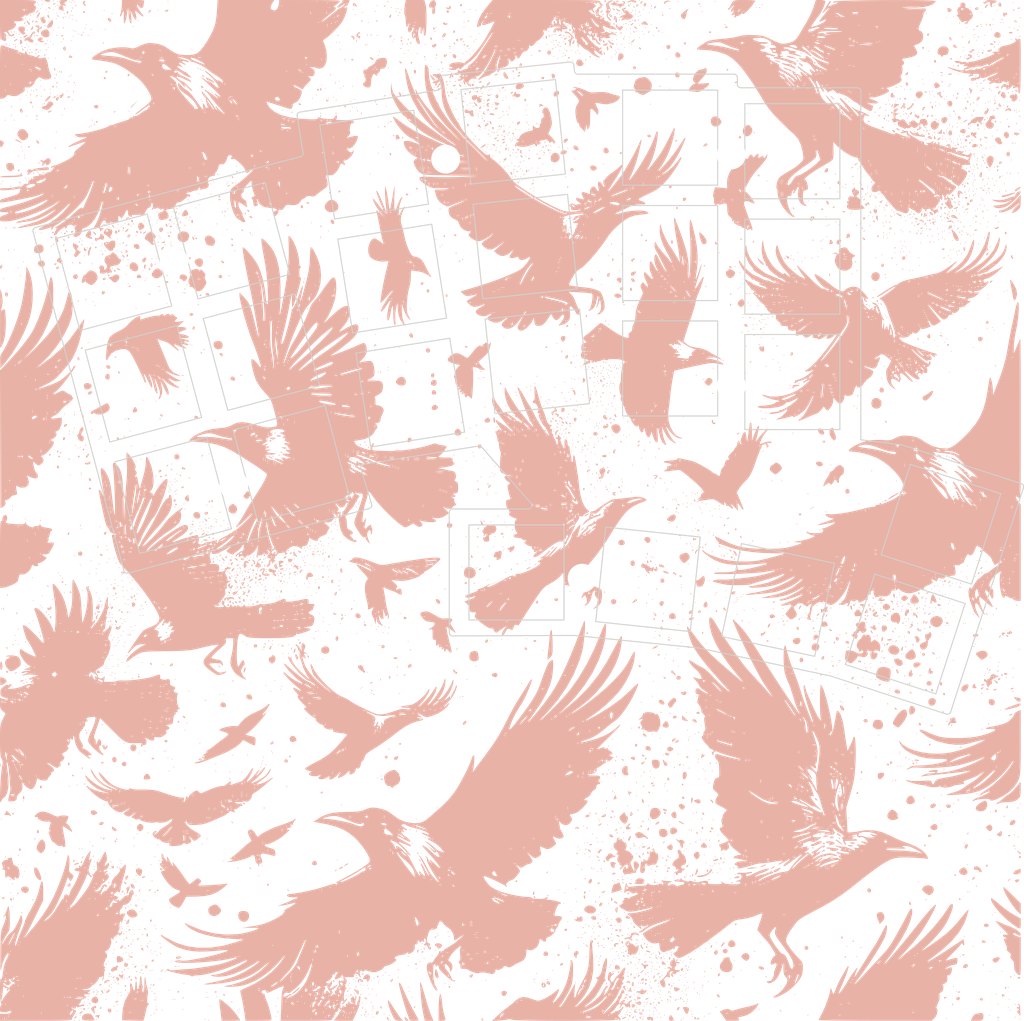
<source format=kicad_pcb>
(kicad_pcb (version 20240108) (generator "pcbnew") (generator_version "8.0")
  (title_block (title "switch_plate") (rev "v1.0.0") (company "Unknown"))
  (layers (0 "F.Cu" signal) (31 "B.Cu" signal) (34 "B.Paste" user) (35 "F.Paste" user) (36 "B.SilkS" user "B.Silkscreen") (37 "F.SilkS" user "F.Silkscreen") (38 "B.Mask" user) (39 "F.Mask" user) (44 "Edge.Cuts" user))
  (net 0 "")
  (footprint "DrillHole" (layer "F.Cu") (at 82.183413 -16.125857)
    (property "Reference" "" (at 0 0 0) (layer "F.SilkS") (effects (font (size 1.27 1.27))))
    (property "Value" "")
    (pad "" np_thru_hole circle (at 0 0) (size 4.25 4.25) (drill 4.25) (layers "*.Cu" "*.Mask"))
  )
  (footprint "DrillHole" (layer "F.Cu") (at 82.183413 -50.125857)
    (property "Reference" "" (at 0 0 0) (layer "F.SilkS") (effects (font (size 1.27 1.27))))
    (property "Value" "")
    (pad "" np_thru_hole circle (at 0 0) (size 4.25 4.25) (drill 4.25) (layers "*.Cu" "*.Mask"))
  )
  (footprint "DrillHole" (layer "F.Cu") (at 40.118113 -49.512848 9)
    (property "Reference" "" (at 0 0 9) (layer "F.SilkS") (effects (font (size 1.27 1.27))))
    (property "Value" "")
    (pad "" np_thru_hole circle (at 0 0) (size 4.25 4.25) (drill 4.25) (layers "*.Cu" "*.Mask"))
  )
  (footprint "DrillHole" (layer "F.Cu") (at 0.113481 -34.349813 15)
    (property "Reference" "" (at 0 0 15) (layer "F.SilkS") (effects (font (size 1.27 1.27))))
    (property "Value" "")
    (pad "" np_thru_hole circle (at 0 0) (size 4.25 4.25) (drill 4.25) (layers "*.Cu" "*.Mask"))
  )
  (footprint "DrillHole" (layer "F.Cu") (at 8.913329 -1.508335 15)
    (property "Reference" "" (at 0 0 15) (layer "F.SilkS") (effects (font (size 1.27 1.27))))
    (property "Value" "")
    (pad "" np_thru_hole circle (at 0 0) (size 4.25 4.25) (drill 4.25) (layers "*.Cu" "*.Mask"))
  )
  (footprint "DrillHole" (layer "F.Cu") (at 98.352951 18.254659 -18)
    (property "Reference" "" (at 0 0 -18) (layer "F.SilkS") (effects (font (size 1.27 1.27))))
    (property "Value" "")
    (pad "" np_thru_hole circle (at 0 0) (size 4.25 4.25) (drill 4.25) (layers "*.Cu" "*.Mask"))
  )
  (footprint "DrillHole" (layer "F.Cu") (at 60.221896 12.215293)
    (property "Reference" "" (at 0 0 0) (layer "F.SilkS") (effects (font (size 1.27 1.27))))
    (property "Value" "")
    (pad "" np_thru_hole circle (at 0 0) (size 4.25 4.25) (drill 4.25) (layers "*.Cu" "*.Mask"))
  )
  (footprint "gorilla:crow_splatter" (layer "B.Cu") (at 49.65 2.225 180)
    (property "Reference" "G***" (hide yes))
    (property "Value" "LOGO" (hide yes))
  )
  (gr_arc (start 59.588555 -62.025858) (mid 59.256082 -62.152412) (end 59.091913 -62.468011) (stroke (width 0.15)) (layer "Edge.Cuts"))
  (gr_line (start 13.536565 -46.073435) (end 0.013603 -42.449968) (stroke (width 0.15)) (layer "Edge.Cuts"))
  (gr_line (start 94.470869 23.717619) (end 97.381633 10.023552) (stroke (width 0.15)) (layer "Edge.Cuts"))
  (gr_line (start 23.766008 -40.696269) (end 37.593645 -42.886352) (stroke (width 0.15)) (layer "Edge.Cuts"))
  (gr_line (start 101.263413 -8.175857) (end 101.263413 -59.525857) (stroke (width 0.15)) (layer "Edge.Cuts"))
  (gr_line (start 84.183413 -40.675857) (end 84.183413 -26.675857) (stroke (width 0.15)) (layer "Edge.Cuts"))
  (gr_line (start 4.17329 -11.470992) (end 0.549824 -24.993953) (stroke (width 0.15)) (layer "Edge.Cuts"))
  (gr_arc (start 82.583413 -62.025857) (mid 82.936966 -61.87941) (end 83.083413 -61.525857) (stroke (width 0.15)) (layer "Edge.Cuts"))
  (gr_arc (start -6.659745 11.464306) (mid -7.039154 11.414355) (end -7.272117 11.110752) (stroke (width 0.15)) (layer "Edge.Cuts"))
  (gr_arc (start 124.899616 -1.71958) (mid 125.190611 -1.471046) (end 125.220636 -1.089542) (stroke (width 0.15)) (layer "Edge.Cuts"))
  (gr_line (start 18.736671 -49.869219) (end 15.73182 -49.094527) (stroke (width 0.15)) (layer "Edge.Cuts"))
  (gr_line (start 61.307166 -13.495652) (end 59.843767 -27.418958) (stroke (width 0.15)) (layer "Edge.Cuts"))
  (gr_line (start 121.89089 -0.226237) (end 108.576099 -4.552475) (stroke (width 0.15)) (layer "Edge.Cuts"))
  (gr_line (start 84.183413 -43.675857) (end 98.183413 -43.675857) (stroke (width 0.15)) (layer "Edge.Cuts"))
  (gr_line (start 26.425394 -23.905567) (end 40.253031 -26.09565) (stroke (width 0.15)) (layer "Edge.Cuts"))
  (gr_line (start 3.63707 -28.927007) (end 17.160031 -32.550473) (stroke (width 0.15)) (layer "Edge.Cuts"))
  (gr_arc (start 18.244442 -55.869311) (mid 18.333778 -56.241421) (end 18.660069 -56.441372) (stroke (width 0.15)) (layer "Edge.Cuts"))
  (gr_line (start 98.183413 -9.675857) (end 98.183413 -23.675857) (stroke (width 0.15)) (layer "Edge.Cuts"))
  (gr_line (start 43.829891 -45.845998) (end 57.753198 -47.309396) (stroke (width 0.15)) (layer "Edge.Cuts"))
  (gr_line (start 114.49834 31.910291) (end 125.220636 -1.089542) (stroke (width 0.15)) (layer "Edge.Cuts"))
  (gr_line (start 84.183413 -57.675857) (end 84.183413 -43.675857) (stroke (width 0.15)) (layer "Edge.Cuts"))
  (gr_line (start 80.183413 -11.675857) (end 80.183413 -25.675857) (stroke (width 0.15)) (layer "Edge.Cuts"))
  (gr_line (start 41.148815 20.713367) (end 59.069869 20.6446) (stroke (width 0.15)) (layer "Edge.Cuts"))
  (gr_line (start 38.062949 -39.923286) (end 24.235312 -37.733204) (stroke (width 0.15)) (layer "Edge.Cuts"))
  (gr_line (start 4.413527 -26.029229) (end 8.036994 -12.506268) (stroke (width 0.15)) (layer "Edge.Cuts"))
  (gr_line (start 84.183413 -23.675857) (end 84.183413 -9.675857) (stroke (width 0.15)) (layer "Edge.Cuts"))
  (gr_line (start 8.813451 -9.60849) (end 12.436917 3.914471) (stroke (width 0.15)) (layer "Edge.Cuts"))
  (gr_arc (start 77.424554 22.499822) (mid 77.451468 22.503287) (end 77.478154 22.508206) (stroke (width 0.15)) (layer "Edge.Cuts"))
  (gr_line (start 107.400176 -7.405492) (end 124.899616 -1.719579) (stroke (width 0.15)) (layer "Edge.Cuts"))
  (gr_line (start 44.143477 -42.862432) (end 45.606875 -28.939126) (stroke (width 0.15)) (layer "Edge.Cuts"))
  (gr_line (start 101.263413 -8.175857) (end 107.400176 -7.405492) (stroke (width 0.15)) (layer "Edge.Cuts"))
  (gr_arc (start 39.301595 -61.296072) (mid 39.405476 -61.669767) (end 39.745293 -61.85675) (stroke (width 0.15)) (layer "Edge.Cuts"))
  (gr_line (start 42.366493 -59.769304) (end 43.829891 -45.845998) (stroke (width 0.15)) (layer "Edge.Cuts"))
  (gr_line (start 11.982624 6.469098) (end 11.982624 6.469098) (stroke (width 0.15)) (layer "Edge.Cuts"))
  (gr_line (start 56.289799 -61.232703) (end 42.366493 -59.769304) (stroke (width 0.15)) (layer "Edge.Cuts"))
  (gr_line (start 24.235312 -37.733204) (end 26.425394 -23.905567) (stroke (width 0.15)) (layer "Edge.Cuts"))
  (gr_arc (start 29.220833 1.316778) (mid 29.178781 1.704189) (end 28.871432 1.943756) (stroke (width 0.15)) (layer "Edge.Cuts"))
  (gr_line (start 29.08478 -7.114865) (end 42.912417 -9.304948) (stroke (width 0.15)) (layer "Edge.Cuts"))
  (gr_line (start -20.653062 -38.827613) (end -7.272117 11.110752) (stroke (width 0.15)) (layer "Edge.Cuts"))
  (gr_line (start 98.183413 -40.675857) (end 84.183413 -40.675857) (stroke (width 0.15)) (layer "Edge.Cuts"))
  (gr_line (start 0.013603 -42.449968) (end 3.63707 -28.927007) (stroke (width 0.15)) (layer "Edge.Cuts"))
  (gr_line (start 112.311364 29.256515) (end 116.637601 15.941724) (stroke (width 0.15)) (layer "Edge.Cuts"))
  (gr_line (start 66.183413 -45.675857) (end 80.183413 -45.675857) (stroke (width 0.15)) (layer "Edge.Cuts"))
  (gr_line (start 96.844708 26.627703) (end 113.86648 32.230714) (stroke (width 0.15)) (layer "Edge.Cuts"))
  (gr_line (start 82.583413 -62.025857) (end 59.588555 -62.025857) (stroke (width 0.15)) (layer "Edge.Cuts"))
  (gr_line (start 45.437214 -7.089575) (end 52.698743 1.185506) (stroke (width 0.15)) (layer "Edge.Cuts"))
  (gr_line (start -12.973138 -21.370487) (end -9.349671 -7.847525) (stroke (width 0.15)) (layer "Edge.Cuts"))
  (gr_line (start 43.546896 18.365293) (end 57.546896 18.365293) (stroke (width 0.15)) (layer "Edge.Cuts"))
  (gr_line (start -8.573214 -4.949748) (end -4.949748 8.573214) (stroke (width 0.15)) (layer "Edge.Cuts"))
  (gr_line (start 12.436917 3.914471) (end 25.959879 0.291005) (stroke (width 0.15)) (layer "Edge.Cuts"))
  (gr_line (start 66.183413 -42.675857) (end 66.183413 -28.675857) (stroke (width 0.15)) (layer "Edge.Cuts"))
  (gr_line (start 47.383859 -12.032253) (end 61.307166 -13.495652) (stroke (width 0.15)) (layer "Edge.Cuts"))
  (gr_line (start 98.183413 -43.675857) (end 98.183413 -57.675857) (stroke (width 0.15)) (layer "Edge.Cuts"))
  (gr_arc (start 83.583413 -60.025857) (mid 83.22986 -60.172304) (end 83.083413 -60.525857) (stroke (width 0.15)) (layer "Edge.Cuts"))
  (gr_line (start 117.564653 13.088554) (end 121.89089 -0.226237) (stroke (width 0.15)) (layer "Edge.Cuts"))
  (gr_arc (start 114.49834 31.91029) (mid 114.248952 32.201719) (end 113.86648 32.230714) (stroke (width 0.15)) (layer "Edge.Cuts"))
  (gr_arc (start 59.069869 20.644601) (mid 59.096039 20.645186) (end 59.122143 20.647139) (stroke (width 0.15)) (layer "Edge.Cuts"))
  (gr_line (start 66.183413 -59.675857) (end 66.183413 -45.675857) (stroke (width 0.15)) (layer "Edge.Cuts"))
  (gr_line (start -20.299508 -39.439985) (end 15.727235 -49.093322) (stroke (width 0.15)) (layer "Edge.Cuts"))
  (gr_line (start 28.042531 -4.570496) (end 44.983177 -7.253631) (stroke (width 0.15)) (layer "Edge.Cuts"))
  (gr_line (start 22.336412 -13.231957) (end 8.813451 -9.60849) (stroke (width 0.15)) (layer "Edge.Cuts"))
  (gr_line (start 57.546896 18.365293) (end 57.546896 4.365293) (stroke (width 0.15)) (layer "Edge.Cuts"))
  (gr_arc (start 100.763413 -60.025857) (mid 101.116966 -59.87941) (end 101.263413 -59.525857) (stroke (width 0.15)) (layer "Edge.Cuts"))
  (gr_line (start 43.546896 4.365293) (end 43.546896 18.365293) (stroke (width 0.15)) (layer "Edge.Cuts"))
  (gr_line (start 98.183413 -23.675857) (end 84.183413 -23.675857) (stroke (width 0.15)) (layer "Edge.Cuts"))
  (gr_line (start 37.593645 -42.886352) (end 35.403563 -56.713988) (stroke (width 0.15)) (layer "Edge.Cuts"))
  (gr_line (start 80.183413 -28.675857) (end 80.183413 -42.675857) (stroke (width 0.15)) (layer "Edge.Cuts"))
  (gr_line (start 98.183413 -26.675857) (end 98.183413 -40.675857) (stroke (width 0.15)) (layer "Edge.Cuts"))
  (gr_line (start 66.183413 -28.675857) (end 80.183413 -28.675857) (stroke (width 0.15)) (layer "Edge.Cuts"))
  (gr_arc (start 52.698743 1.185505) (mid 52.778388 1.721577) (end 52.322924 2.015293) (stroke (width 0.15)) (layer "Edge.Cuts"))
  (gr_line (start 98.183413 -57.675857) (end 84.183413 -57.675857) (stroke (width 0.15)) (layer "Edge.Cuts"))
  (gr_arc (start 40.646896 2.515293) (mid 40.793343 2.16174) (end 41.146896 2.015293) (stroke (width 0.15)) (layer "Edge.Cuts"))
  (gr_line (start 80.183413 -59.675857) (end 66.183413 -59.675857) (stroke (width 0.15)) (layer "Edge.Cuts"))
  (gr_line (start 18.244442 -55.869311) (end 19.10569 -50.431605) (stroke (width 0.15)) (layer "Edge.Cuts"))
  (gr_line (start 108.576099 -4.552475) (end 104.249861 8.762317) (stroke (width 0.15)) (layer "Edge.Cuts"))
  (gr_arc (start 39.438744 -60.223488) (mid 39.342851 -59.860163) (end 39.020999 -59.666227) (stroke (width 0.15)) (layer "Edge.Cuts"))
  (gr_line (start 100.763413 -60.025857) (end 83.583413 -60.025857) (stroke (width 0.15)) (layer "Edge.Cuts"))
  (gr_line (start 0.549824 -24.993953) (end -12.973138 -21.370487) (stroke (width 0.15)) (layer "Edge.Cuts"))
  (gr_line (start 84.183413 -9.675857) (end 98.183413 -9.675857) (stroke (width 0.15)) (layer "Edge.Cuts"))
  (gr_line (start 8.573214 4.949748) (end 4.949748 -8.573214) (stroke (width 0.15)) (layer "Edge.Cuts"))
  (gr_arc (start 58.436564 -63.82128) (mid 58.801301 -63.714354) (end 58.985471 -63.381867) (stroke (width 0.15)) (layer "Edge.Cuts"))
  (gr_line (start -3.8501 -41.414692) (end -17.373062 -37.791226) (stroke (width 0.15)) (layer "Edge.Cuts"))
  (gr_line (start 58.436565 -63.821281) (end 39.745293 -61.85675) (stroke (width 0.15)) (layer "Edge.Cuts"))
  (gr_line (start 17.936489 -29.652696) (end 4.413527 -26.029229) (stroke (width 0.15)) (layer "Edge.Cuts"))
  (gr_line (start 39.301595 -61.296071) (end 39.438744 -60.223489) (stroke (width 0.15)) (layer "Edge.Cuts"))
  (gr_arc (start 27.641937 -3.932638) (mid 27.697326 -4.342573) (end 28.042531 -4.570496) (stroke (width 0.15)) (layer "Edge.Cuts"))
  (gr_line (start 77.612533 6.150598) (end 63.689226 4.687199) (stroke (width 0.15)) (layer "Edge.Cuts"))
  (gr_line (start 57.546896 4.365293) (end 43.546896 4.365293) (stroke (width 0.15)) (layer "Edge.Cuts"))
  (gr_line (start 4.949748 -8.573214) (end -8.573214 -4.949748) (stroke (width 0.15)) (layer "Edge.Cuts"))
  (gr_line (start 26.894698 -20.942502) (end 29.08478 -7.114865) (stroke (width 0.15)) (layer "Edge.Cuts"))
  (gr_line (start 66.183413 -11.675857) (end 80.183413 -11.675857) (stroke (width 0.15)) (layer "Edge.Cuts"))
  (gr_line (start 77.478154 22.508206) (end 96.792332 26.613561) (stroke (width 0.15)) (layer "Edge.Cuts"))
  (gr_line (start 80.183413 -42.675857) (end 66.183413 -42.675857) (stroke (width 0.15)) (layer "Edge.Cuts"))
  (gr_line (start -13.749595 -24.268264) (end -0.226634 -27.891731) (stroke (width 0.15)) (layer "Edge.Cuts"))
  (gr_line (start 21.575926 -54.523906) (end 23.766008 -40.696269) (stroke (width 0.15)) (layer "Edge.Cuts"))
  (gr_line (start 84.183413 -26.675857) (end 98.183413 -26.675857) (stroke (width 0.15)) (layer "Edge.Cuts"))
  (gr_line (start 8.036994 -12.506268) (end 21.559955 -16.129734) (stroke (width 0.15)) (layer "Edge.Cuts"))
  (gr_line (start -17.373062 -37.791226) (end -13.749595 -24.268264) (stroke (width 0.15)) (layer "Edge.Cuts"))
  (gr_line (start 25.959879 0.291005) (end 22.336412 -13.231957) (stroke (width 0.15)) (layer "Edge.Cuts"))
  (gr_line (start 42.912417 -9.304948) (end 40.722334 -23.132585) (stroke (width 0.15)) (layer "Edge.Cuts"))
  (gr_line (start 62.225828 18.610506) (end 76.149134 20.073904) (stroke (width 0.15)) (layer "Edge.Cuts"))
  (gr_line (start 80.776803 20.806855) (end 94.470869 23.717619) (stroke (width 0.15)) (layer "Edge.Cuts"))
  (gr_line (start 83.687566 7.112789) (end 80.776803 20.806855) (stroke (width 0.15)) (layer "Edge.Cuts"))
  (gr_line (start -6.659745 11.464305) (end 28.871432 1.943756) (stroke (width 0.15)) (layer "Edge.Cuts"))
  (gr_line (start 59.091913 -62.468011) (end 58.985471 -63.381867) (stroke (width 0.15)) (layer "Edge.Cuts"))
  (gr_arc (start 41.148815 20.713367) (mid 40.794022 20.567602) (end 40.646896 20.213371) (stroke (width 0.15)) (layer "Edge.Cuts"))
  (gr_line (start 29.220833 1.316778) (end 27.641937 -3.932637) (stroke (width 0.15)) (layer "Edge.Cuts"))
  (gr_line (start 40.646896 2.515293) (end 40.646896 20.213371) (stroke (width 0.15)) (layer "Edge.Cuts"))
  (gr_line (start 66.183413 -25.675857) (end 66.183413 -11.675857) (stroke (width 0.15)) (layer "Edge.Cuts"))
  (gr_line (start 80.183413 -25.675857) (end 66.183413 -25.675857) (stroke (width 0.15)) (layer "Edge.Cuts"))
  (gr_line (start 40.722334 -23.132585) (end 26.894698 -20.942502) (stroke (width 0.15)) (layer "Edge.Cuts"))
  (gr_arc (start 19.10569 -50.431604) (mid 19.029885 -50.079083) (end 18.736671 -49.869219) (stroke (width 0.15)) (layer "Edge.Cuts"))
  (gr_line (start 103.32281 11.615486) (end 98.996572 24.930277) (stroke (width 0.15)) (layer "Edge.Cuts"))
  (gr_line (start 98.996572 24.930277) (end 112.311364 29.256515) (stroke (width 0.15)) (layer "Edge.Cuts"))
  (gr_line (start 104.249861 8.762317) (end 117.564653 13.088554) (stroke (width 0.15)) (layer "Edge.Cuts"))
  (gr_line (start 21.559955 -16.129734) (end 17.936489 -29.652696) (stroke (width 0.15)) (layer "Edge.Cuts"))
  (gr_line (start 80.183413 -45.675857) (end 80.183413 -59.675857) (stroke (width 0.15)) (layer "Edge.Cuts"))
  (gr_line (start 97.381633 10.023552) (end 83.687566 7.112789) (stroke (width 0.15)) (layer "Edge.Cuts"))
  (gr_line (start 83.083413 -60.525857) (end 83.083413 -61.525857) (stroke (width 0.15)) (layer "Edge.Cuts"))
  (gr_line (start -9.349671 -7.847525) (end 4.17329 -11.470992) (stroke (width 0.15)) (layer "Edge.Cuts"))
  (gr_line (start -4.949748 8.573214) (end 8.573214 4.949748) (stroke (width 0.15)) (layer "Edge.Cuts"))
  (gr_line (start 76.149134 20.073904) (end 77.612533 6.150598) (stroke (width 0.15)) (layer "Edge.Cuts"))
  (gr_line (start 63.689226 4.687199) (end 62.225828 18.610506) (stroke (width 0.15)) (layer "Edge.Cuts"))
  (gr_line (start 39.020999 -59.666227) (end 18.660069 -56.441372) (stroke (width 0.15)) (layer "Edge.Cuts"))
  (gr_line (start 116.637601 15.941724) (end 103.32281 11.615486) (stroke (width 0.15)) (layer "Edge.Cuts"))
  (gr_line (start 35.403563 -56.713988) (end 21.575926 -54.523906) (stroke (width 0.15)) (layer "Edge.Cuts"))
  (gr_line (start 59.843767 -27.418958) (end 45.920461 -25.95556) (stroke (width 0.15)) (layer "Edge.Cuts"))
  (gr_line (start 58.066783 -44.325831) (end 44.143477 -42.862432) (stroke (width 0.15)) (layer "Edge.Cuts"))
  (gr_line (start 45.920461 -25.95556) (end 47.383859 -12.032253) (stroke (width 0.15)) (layer "Edge.Cuts"))
  (gr_arc (start -20.653061 -38.827614) (mid -20.603111 -39.207023) (end -20.299508 -39.439985) (stroke (width 0.15)) (layer "Edge.Cuts"))
  (gr_line (start 40.253031 -26.09565) (end 38.062949 -39.923286) (stroke (width 0.15)) (layer "Edge.Cuts"))
  (gr_arc (start 15.727236 -49.093322) (mid 15.729527 -49.09393) (end 15.73182 -49.094527) (stroke (width 0.15)) (layer "Edge.Cuts"))
  (gr_line (start 57.753198 -47.309396) (end 56.289799 -61.232703) (stroke (width 0.15)) (layer "Edge.Cuts"))
  (gr_line (start -3.395807 -43.969319) (end -3.395807 -43.969319) (stroke (width 0.15)) (layer "Edge.Cuts"))
  (gr_line (start 52.322924 2.015293) (end 41.146896 2.015293) (stroke (width 0.15)) (layer "Edge.Cuts"))
  (gr_line (start -0.226634 -27.891731) (end -3.8501 -41.414692) (stroke (width 0.15)) (layer "Edge.Cuts"))
  (gr_line (start 59.530182 -30.402524) (end 58.066783 -44.325831) (stroke (width 0.15)) (layer "Edge.Cuts"))
  (gr_line (start 59.122143 20.647139) (end 77.424554 22.499822) (stroke (width 0.15)) (layer "Edge.Cuts"))
  (gr_line (start 45.606875 -28.939126) (end 59.530182 -30.402524) (stroke (width 0.15)) (layer "Edge.Cuts"))
  (gr_line (start 17.160031 -32.550473) (end 13.536565 -46.073435) (stroke (width 0.15)) (layer "Edge.Cuts"))
  (gr_arc (start 44.983178 -7.253631) (mid 45.231308 -7.230031) (end 45.437214 -7.089575) (stroke (width 0.15)) (layer "Edge.Cuts"))
  (gr_arc (start 96.792332 26.613561) (mid 96.818712 26.619921) (end 96.844708 26.627703) (stroke (width 0.15)) (layer "Edge.Cuts"))
)
</source>
